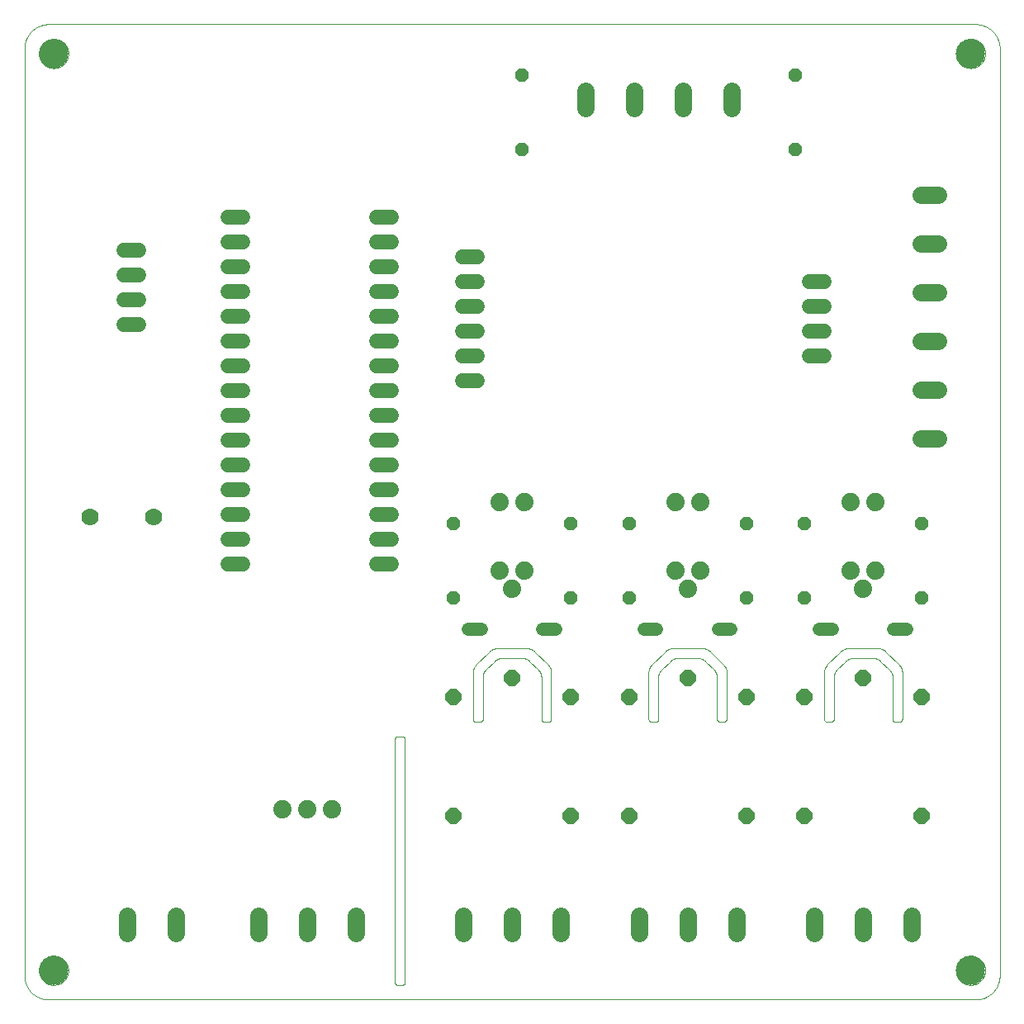
<source format=gbs>
G75*
%MOIN*%
%OFA0B0*%
%FSLAX25Y25*%
%IPPOS*%
%LPD*%
%AMOC8*
5,1,8,0,0,1.08239X$1,22.5*
%
%ADD10C,0.00000*%
%ADD11C,0.11811*%
%ADD12C,0.07050*%
%ADD13C,0.06000*%
%ADD14OC8,0.05200*%
%ADD15C,0.07000*%
%ADD16C,0.07400*%
%ADD17OC8,0.06496*%
%ADD18C,0.05200*%
D10*
X0119641Y0101453D02*
X0119641Y0475469D01*
X0119644Y0475707D01*
X0119652Y0475945D01*
X0119667Y0476182D01*
X0119687Y0476419D01*
X0119713Y0476655D01*
X0119744Y0476891D01*
X0119781Y0477126D01*
X0119824Y0477360D01*
X0119873Y0477593D01*
X0119927Y0477825D01*
X0119987Y0478055D01*
X0120052Y0478284D01*
X0120123Y0478511D01*
X0120199Y0478736D01*
X0120281Y0478959D01*
X0120368Y0479181D01*
X0120460Y0479400D01*
X0120558Y0479617D01*
X0120660Y0479831D01*
X0120768Y0480043D01*
X0120882Y0480253D01*
X0121000Y0480459D01*
X0121123Y0480663D01*
X0121251Y0480863D01*
X0121383Y0481060D01*
X0121521Y0481255D01*
X0121663Y0481445D01*
X0121810Y0481633D01*
X0121961Y0481816D01*
X0122116Y0481996D01*
X0122276Y0482172D01*
X0122440Y0482344D01*
X0122609Y0482513D01*
X0122781Y0482677D01*
X0122957Y0482837D01*
X0123137Y0482992D01*
X0123320Y0483143D01*
X0123508Y0483290D01*
X0123698Y0483432D01*
X0123893Y0483570D01*
X0124090Y0483702D01*
X0124290Y0483830D01*
X0124494Y0483953D01*
X0124700Y0484071D01*
X0124910Y0484185D01*
X0125122Y0484293D01*
X0125336Y0484395D01*
X0125553Y0484493D01*
X0125772Y0484585D01*
X0125994Y0484672D01*
X0126217Y0484754D01*
X0126442Y0484830D01*
X0126669Y0484901D01*
X0126898Y0484966D01*
X0127128Y0485026D01*
X0127360Y0485080D01*
X0127593Y0485129D01*
X0127827Y0485172D01*
X0128062Y0485209D01*
X0128298Y0485240D01*
X0128534Y0485266D01*
X0128771Y0485286D01*
X0129008Y0485301D01*
X0129246Y0485309D01*
X0129484Y0485312D01*
X0129484Y0485311D02*
X0503499Y0485311D01*
X0503499Y0485312D02*
X0503737Y0485309D01*
X0503975Y0485301D01*
X0504212Y0485286D01*
X0504449Y0485266D01*
X0504685Y0485240D01*
X0504921Y0485209D01*
X0505156Y0485172D01*
X0505390Y0485129D01*
X0505623Y0485080D01*
X0505855Y0485026D01*
X0506085Y0484966D01*
X0506314Y0484901D01*
X0506541Y0484830D01*
X0506766Y0484754D01*
X0506989Y0484672D01*
X0507211Y0484585D01*
X0507430Y0484493D01*
X0507647Y0484395D01*
X0507861Y0484293D01*
X0508073Y0484185D01*
X0508283Y0484071D01*
X0508489Y0483953D01*
X0508693Y0483830D01*
X0508893Y0483702D01*
X0509090Y0483570D01*
X0509285Y0483432D01*
X0509475Y0483290D01*
X0509663Y0483143D01*
X0509846Y0482992D01*
X0510026Y0482837D01*
X0510202Y0482677D01*
X0510374Y0482513D01*
X0510543Y0482344D01*
X0510707Y0482172D01*
X0510867Y0481996D01*
X0511022Y0481816D01*
X0511173Y0481633D01*
X0511320Y0481445D01*
X0511462Y0481255D01*
X0511600Y0481060D01*
X0511732Y0480863D01*
X0511860Y0480663D01*
X0511983Y0480459D01*
X0512101Y0480253D01*
X0512215Y0480043D01*
X0512323Y0479831D01*
X0512425Y0479617D01*
X0512523Y0479400D01*
X0512615Y0479181D01*
X0512702Y0478959D01*
X0512784Y0478736D01*
X0512860Y0478511D01*
X0512931Y0478284D01*
X0512996Y0478055D01*
X0513056Y0477825D01*
X0513110Y0477593D01*
X0513159Y0477360D01*
X0513202Y0477126D01*
X0513239Y0476891D01*
X0513270Y0476655D01*
X0513296Y0476419D01*
X0513316Y0476182D01*
X0513331Y0475945D01*
X0513339Y0475707D01*
X0513342Y0475469D01*
X0513342Y0101453D01*
X0513339Y0101215D01*
X0513331Y0100977D01*
X0513316Y0100740D01*
X0513296Y0100503D01*
X0513270Y0100267D01*
X0513239Y0100031D01*
X0513202Y0099796D01*
X0513159Y0099562D01*
X0513110Y0099329D01*
X0513056Y0099097D01*
X0512996Y0098867D01*
X0512931Y0098638D01*
X0512860Y0098411D01*
X0512784Y0098186D01*
X0512702Y0097963D01*
X0512615Y0097741D01*
X0512523Y0097522D01*
X0512425Y0097305D01*
X0512323Y0097091D01*
X0512215Y0096879D01*
X0512101Y0096669D01*
X0511983Y0096463D01*
X0511860Y0096259D01*
X0511732Y0096059D01*
X0511600Y0095862D01*
X0511462Y0095667D01*
X0511320Y0095477D01*
X0511173Y0095289D01*
X0511022Y0095106D01*
X0510867Y0094926D01*
X0510707Y0094750D01*
X0510543Y0094578D01*
X0510374Y0094409D01*
X0510202Y0094245D01*
X0510026Y0094085D01*
X0509846Y0093930D01*
X0509663Y0093779D01*
X0509475Y0093632D01*
X0509285Y0093490D01*
X0509090Y0093352D01*
X0508893Y0093220D01*
X0508693Y0093092D01*
X0508489Y0092969D01*
X0508283Y0092851D01*
X0508073Y0092737D01*
X0507861Y0092629D01*
X0507647Y0092527D01*
X0507430Y0092429D01*
X0507211Y0092337D01*
X0506989Y0092250D01*
X0506766Y0092168D01*
X0506541Y0092092D01*
X0506314Y0092021D01*
X0506085Y0091956D01*
X0505855Y0091896D01*
X0505623Y0091842D01*
X0505390Y0091793D01*
X0505156Y0091750D01*
X0504921Y0091713D01*
X0504685Y0091682D01*
X0504449Y0091656D01*
X0504212Y0091636D01*
X0503975Y0091621D01*
X0503737Y0091613D01*
X0503499Y0091610D01*
X0129484Y0091610D01*
X0129246Y0091613D01*
X0129008Y0091621D01*
X0128771Y0091636D01*
X0128534Y0091656D01*
X0128298Y0091682D01*
X0128062Y0091713D01*
X0127827Y0091750D01*
X0127593Y0091793D01*
X0127360Y0091842D01*
X0127128Y0091896D01*
X0126898Y0091956D01*
X0126669Y0092021D01*
X0126442Y0092092D01*
X0126217Y0092168D01*
X0125994Y0092250D01*
X0125772Y0092337D01*
X0125553Y0092429D01*
X0125336Y0092527D01*
X0125122Y0092629D01*
X0124910Y0092737D01*
X0124700Y0092851D01*
X0124494Y0092969D01*
X0124290Y0093092D01*
X0124090Y0093220D01*
X0123893Y0093352D01*
X0123698Y0093490D01*
X0123508Y0093632D01*
X0123320Y0093779D01*
X0123137Y0093930D01*
X0122957Y0094085D01*
X0122781Y0094245D01*
X0122609Y0094409D01*
X0122440Y0094578D01*
X0122276Y0094750D01*
X0122116Y0094926D01*
X0121961Y0095106D01*
X0121810Y0095289D01*
X0121663Y0095477D01*
X0121521Y0095667D01*
X0121383Y0095862D01*
X0121251Y0096059D01*
X0121123Y0096259D01*
X0121000Y0096463D01*
X0120882Y0096669D01*
X0120768Y0096879D01*
X0120660Y0097091D01*
X0120558Y0097305D01*
X0120460Y0097522D01*
X0120368Y0097741D01*
X0120281Y0097963D01*
X0120199Y0098186D01*
X0120123Y0098411D01*
X0120052Y0098638D01*
X0119987Y0098867D01*
X0119927Y0099097D01*
X0119873Y0099329D01*
X0119824Y0099562D01*
X0119781Y0099796D01*
X0119744Y0100031D01*
X0119713Y0100267D01*
X0119687Y0100503D01*
X0119667Y0100740D01*
X0119652Y0100977D01*
X0119644Y0101215D01*
X0119641Y0101453D01*
X0125546Y0103421D02*
X0125548Y0103574D01*
X0125554Y0103728D01*
X0125564Y0103881D01*
X0125578Y0104033D01*
X0125596Y0104186D01*
X0125618Y0104337D01*
X0125643Y0104488D01*
X0125673Y0104639D01*
X0125707Y0104789D01*
X0125744Y0104937D01*
X0125785Y0105085D01*
X0125830Y0105231D01*
X0125879Y0105377D01*
X0125932Y0105521D01*
X0125988Y0105663D01*
X0126048Y0105804D01*
X0126112Y0105944D01*
X0126179Y0106082D01*
X0126250Y0106218D01*
X0126325Y0106352D01*
X0126402Y0106484D01*
X0126484Y0106614D01*
X0126568Y0106742D01*
X0126656Y0106868D01*
X0126747Y0106991D01*
X0126841Y0107112D01*
X0126939Y0107230D01*
X0127039Y0107346D01*
X0127143Y0107459D01*
X0127249Y0107570D01*
X0127358Y0107678D01*
X0127470Y0107783D01*
X0127584Y0107884D01*
X0127702Y0107983D01*
X0127821Y0108079D01*
X0127943Y0108172D01*
X0128068Y0108261D01*
X0128195Y0108348D01*
X0128324Y0108430D01*
X0128455Y0108510D01*
X0128588Y0108586D01*
X0128723Y0108659D01*
X0128860Y0108728D01*
X0128999Y0108793D01*
X0129139Y0108855D01*
X0129281Y0108913D01*
X0129424Y0108968D01*
X0129569Y0109019D01*
X0129715Y0109066D01*
X0129862Y0109109D01*
X0130010Y0109148D01*
X0130159Y0109184D01*
X0130309Y0109215D01*
X0130460Y0109243D01*
X0130611Y0109267D01*
X0130764Y0109287D01*
X0130916Y0109303D01*
X0131069Y0109315D01*
X0131222Y0109323D01*
X0131375Y0109327D01*
X0131529Y0109327D01*
X0131682Y0109323D01*
X0131835Y0109315D01*
X0131988Y0109303D01*
X0132140Y0109287D01*
X0132293Y0109267D01*
X0132444Y0109243D01*
X0132595Y0109215D01*
X0132745Y0109184D01*
X0132894Y0109148D01*
X0133042Y0109109D01*
X0133189Y0109066D01*
X0133335Y0109019D01*
X0133480Y0108968D01*
X0133623Y0108913D01*
X0133765Y0108855D01*
X0133905Y0108793D01*
X0134044Y0108728D01*
X0134181Y0108659D01*
X0134316Y0108586D01*
X0134449Y0108510D01*
X0134580Y0108430D01*
X0134709Y0108348D01*
X0134836Y0108261D01*
X0134961Y0108172D01*
X0135083Y0108079D01*
X0135202Y0107983D01*
X0135320Y0107884D01*
X0135434Y0107783D01*
X0135546Y0107678D01*
X0135655Y0107570D01*
X0135761Y0107459D01*
X0135865Y0107346D01*
X0135965Y0107230D01*
X0136063Y0107112D01*
X0136157Y0106991D01*
X0136248Y0106868D01*
X0136336Y0106742D01*
X0136420Y0106614D01*
X0136502Y0106484D01*
X0136579Y0106352D01*
X0136654Y0106218D01*
X0136725Y0106082D01*
X0136792Y0105944D01*
X0136856Y0105804D01*
X0136916Y0105663D01*
X0136972Y0105521D01*
X0137025Y0105377D01*
X0137074Y0105231D01*
X0137119Y0105085D01*
X0137160Y0104937D01*
X0137197Y0104789D01*
X0137231Y0104639D01*
X0137261Y0104488D01*
X0137286Y0104337D01*
X0137308Y0104186D01*
X0137326Y0104033D01*
X0137340Y0103881D01*
X0137350Y0103728D01*
X0137356Y0103574D01*
X0137358Y0103421D01*
X0137356Y0103268D01*
X0137350Y0103114D01*
X0137340Y0102961D01*
X0137326Y0102809D01*
X0137308Y0102656D01*
X0137286Y0102505D01*
X0137261Y0102354D01*
X0137231Y0102203D01*
X0137197Y0102053D01*
X0137160Y0101905D01*
X0137119Y0101757D01*
X0137074Y0101611D01*
X0137025Y0101465D01*
X0136972Y0101321D01*
X0136916Y0101179D01*
X0136856Y0101038D01*
X0136792Y0100898D01*
X0136725Y0100760D01*
X0136654Y0100624D01*
X0136579Y0100490D01*
X0136502Y0100358D01*
X0136420Y0100228D01*
X0136336Y0100100D01*
X0136248Y0099974D01*
X0136157Y0099851D01*
X0136063Y0099730D01*
X0135965Y0099612D01*
X0135865Y0099496D01*
X0135761Y0099383D01*
X0135655Y0099272D01*
X0135546Y0099164D01*
X0135434Y0099059D01*
X0135320Y0098958D01*
X0135202Y0098859D01*
X0135083Y0098763D01*
X0134961Y0098670D01*
X0134836Y0098581D01*
X0134709Y0098494D01*
X0134580Y0098412D01*
X0134449Y0098332D01*
X0134316Y0098256D01*
X0134181Y0098183D01*
X0134044Y0098114D01*
X0133905Y0098049D01*
X0133765Y0097987D01*
X0133623Y0097929D01*
X0133480Y0097874D01*
X0133335Y0097823D01*
X0133189Y0097776D01*
X0133042Y0097733D01*
X0132894Y0097694D01*
X0132745Y0097658D01*
X0132595Y0097627D01*
X0132444Y0097599D01*
X0132293Y0097575D01*
X0132140Y0097555D01*
X0131988Y0097539D01*
X0131835Y0097527D01*
X0131682Y0097519D01*
X0131529Y0097515D01*
X0131375Y0097515D01*
X0131222Y0097519D01*
X0131069Y0097527D01*
X0130916Y0097539D01*
X0130764Y0097555D01*
X0130611Y0097575D01*
X0130460Y0097599D01*
X0130309Y0097627D01*
X0130159Y0097658D01*
X0130010Y0097694D01*
X0129862Y0097733D01*
X0129715Y0097776D01*
X0129569Y0097823D01*
X0129424Y0097874D01*
X0129281Y0097929D01*
X0129139Y0097987D01*
X0128999Y0098049D01*
X0128860Y0098114D01*
X0128723Y0098183D01*
X0128588Y0098256D01*
X0128455Y0098332D01*
X0128324Y0098412D01*
X0128195Y0098494D01*
X0128068Y0098581D01*
X0127943Y0098670D01*
X0127821Y0098763D01*
X0127702Y0098859D01*
X0127584Y0098958D01*
X0127470Y0099059D01*
X0127358Y0099164D01*
X0127249Y0099272D01*
X0127143Y0099383D01*
X0127039Y0099496D01*
X0126939Y0099612D01*
X0126841Y0099730D01*
X0126747Y0099851D01*
X0126656Y0099974D01*
X0126568Y0100100D01*
X0126484Y0100228D01*
X0126402Y0100358D01*
X0126325Y0100490D01*
X0126250Y0100624D01*
X0126179Y0100760D01*
X0126112Y0100898D01*
X0126048Y0101038D01*
X0125988Y0101179D01*
X0125932Y0101321D01*
X0125879Y0101465D01*
X0125830Y0101611D01*
X0125785Y0101757D01*
X0125744Y0101905D01*
X0125707Y0102053D01*
X0125673Y0102203D01*
X0125643Y0102354D01*
X0125618Y0102505D01*
X0125596Y0102656D01*
X0125578Y0102809D01*
X0125564Y0102961D01*
X0125554Y0103114D01*
X0125548Y0103268D01*
X0125546Y0103421D01*
X0269247Y0098516D02*
X0269247Y0196909D01*
X0269249Y0196969D01*
X0269254Y0197030D01*
X0269263Y0197089D01*
X0269276Y0197148D01*
X0269292Y0197207D01*
X0269312Y0197264D01*
X0269335Y0197319D01*
X0269362Y0197374D01*
X0269391Y0197426D01*
X0269424Y0197477D01*
X0269460Y0197526D01*
X0269498Y0197572D01*
X0269540Y0197616D01*
X0269584Y0197658D01*
X0269630Y0197696D01*
X0269679Y0197732D01*
X0269730Y0197765D01*
X0269782Y0197794D01*
X0269837Y0197821D01*
X0269892Y0197844D01*
X0269949Y0197864D01*
X0270008Y0197880D01*
X0270067Y0197893D01*
X0270126Y0197902D01*
X0270187Y0197907D01*
X0270247Y0197909D01*
X0272184Y0197909D01*
X0272244Y0197907D01*
X0272305Y0197902D01*
X0272364Y0197893D01*
X0272423Y0197880D01*
X0272482Y0197864D01*
X0272539Y0197844D01*
X0272594Y0197821D01*
X0272649Y0197794D01*
X0272701Y0197765D01*
X0272752Y0197732D01*
X0272801Y0197696D01*
X0272847Y0197658D01*
X0272891Y0197616D01*
X0272933Y0197572D01*
X0272971Y0197526D01*
X0273007Y0197477D01*
X0273040Y0197426D01*
X0273069Y0197374D01*
X0273096Y0197319D01*
X0273119Y0197264D01*
X0273139Y0197207D01*
X0273155Y0197148D01*
X0273168Y0197089D01*
X0273177Y0197030D01*
X0273182Y0196969D01*
X0273184Y0196909D01*
X0273184Y0098516D01*
X0273182Y0098456D01*
X0273177Y0098395D01*
X0273168Y0098336D01*
X0273155Y0098277D01*
X0273139Y0098218D01*
X0273119Y0098161D01*
X0273096Y0098106D01*
X0273069Y0098051D01*
X0273040Y0097999D01*
X0273007Y0097948D01*
X0272971Y0097899D01*
X0272933Y0097853D01*
X0272891Y0097809D01*
X0272847Y0097767D01*
X0272801Y0097729D01*
X0272752Y0097693D01*
X0272701Y0097660D01*
X0272649Y0097631D01*
X0272594Y0097604D01*
X0272539Y0097581D01*
X0272482Y0097561D01*
X0272423Y0097545D01*
X0272364Y0097532D01*
X0272305Y0097523D01*
X0272244Y0097518D01*
X0272184Y0097516D01*
X0270247Y0097516D01*
X0270187Y0097518D01*
X0270126Y0097523D01*
X0270067Y0097532D01*
X0270008Y0097545D01*
X0269949Y0097561D01*
X0269892Y0097581D01*
X0269837Y0097604D01*
X0269782Y0097631D01*
X0269730Y0097660D01*
X0269679Y0097693D01*
X0269630Y0097729D01*
X0269584Y0097767D01*
X0269540Y0097809D01*
X0269498Y0097853D01*
X0269460Y0097899D01*
X0269424Y0097948D01*
X0269391Y0097999D01*
X0269362Y0098051D01*
X0269335Y0098106D01*
X0269312Y0098161D01*
X0269292Y0098218D01*
X0269276Y0098277D01*
X0269263Y0098336D01*
X0269254Y0098395D01*
X0269249Y0098456D01*
X0269247Y0098516D01*
X0301743Y0203815D02*
X0303680Y0203815D01*
X0303740Y0203817D01*
X0303801Y0203822D01*
X0303860Y0203831D01*
X0303919Y0203844D01*
X0303978Y0203860D01*
X0304035Y0203880D01*
X0304090Y0203903D01*
X0304145Y0203930D01*
X0304197Y0203959D01*
X0304248Y0203992D01*
X0304297Y0204028D01*
X0304343Y0204066D01*
X0304387Y0204108D01*
X0304429Y0204152D01*
X0304467Y0204198D01*
X0304503Y0204247D01*
X0304536Y0204298D01*
X0304565Y0204350D01*
X0304592Y0204405D01*
X0304615Y0204460D01*
X0304635Y0204517D01*
X0304651Y0204576D01*
X0304664Y0204635D01*
X0304673Y0204694D01*
X0304678Y0204755D01*
X0304680Y0204815D01*
X0304680Y0221869D01*
X0300743Y0223838D02*
X0300745Y0223962D01*
X0300751Y0224085D01*
X0300760Y0224209D01*
X0300774Y0224331D01*
X0300791Y0224454D01*
X0300813Y0224576D01*
X0300838Y0224697D01*
X0300867Y0224817D01*
X0300899Y0224936D01*
X0300936Y0225055D01*
X0300976Y0225172D01*
X0301019Y0225287D01*
X0301067Y0225402D01*
X0301118Y0225514D01*
X0301172Y0225625D01*
X0301230Y0225735D01*
X0301291Y0225842D01*
X0301356Y0225948D01*
X0301424Y0226051D01*
X0301495Y0226152D01*
X0301569Y0226251D01*
X0301646Y0226348D01*
X0301727Y0226442D01*
X0301810Y0226533D01*
X0301896Y0226622D01*
X0301897Y0226622D02*
X0307464Y0232189D01*
X0310248Y0233343D02*
X0322735Y0233343D01*
X0325519Y0232189D02*
X0331086Y0226622D01*
X0332239Y0223838D02*
X0332239Y0204815D01*
X0332237Y0204755D01*
X0332232Y0204694D01*
X0332223Y0204635D01*
X0332210Y0204576D01*
X0332194Y0204517D01*
X0332174Y0204460D01*
X0332151Y0204405D01*
X0332124Y0204350D01*
X0332095Y0204298D01*
X0332062Y0204247D01*
X0332026Y0204198D01*
X0331988Y0204152D01*
X0331946Y0204108D01*
X0331902Y0204066D01*
X0331856Y0204028D01*
X0331807Y0203992D01*
X0331756Y0203959D01*
X0331704Y0203930D01*
X0331649Y0203903D01*
X0331594Y0203880D01*
X0331537Y0203860D01*
X0331478Y0203844D01*
X0331419Y0203831D01*
X0331360Y0203822D01*
X0331299Y0203817D01*
X0331239Y0203815D01*
X0329302Y0203815D01*
X0329242Y0203817D01*
X0329181Y0203822D01*
X0329122Y0203831D01*
X0329063Y0203844D01*
X0329004Y0203860D01*
X0328947Y0203880D01*
X0328892Y0203903D01*
X0328837Y0203930D01*
X0328785Y0203959D01*
X0328734Y0203992D01*
X0328685Y0204028D01*
X0328639Y0204066D01*
X0328595Y0204108D01*
X0328553Y0204152D01*
X0328515Y0204198D01*
X0328479Y0204247D01*
X0328446Y0204298D01*
X0328417Y0204350D01*
X0328390Y0204405D01*
X0328367Y0204460D01*
X0328347Y0204517D01*
X0328331Y0204576D01*
X0328318Y0204635D01*
X0328309Y0204694D01*
X0328304Y0204755D01*
X0328302Y0204815D01*
X0328302Y0221869D01*
X0332239Y0223838D02*
X0332237Y0223962D01*
X0332231Y0224085D01*
X0332222Y0224209D01*
X0332208Y0224331D01*
X0332191Y0224454D01*
X0332169Y0224576D01*
X0332144Y0224697D01*
X0332115Y0224817D01*
X0332083Y0224936D01*
X0332046Y0225055D01*
X0332006Y0225172D01*
X0331963Y0225287D01*
X0331915Y0225402D01*
X0331864Y0225514D01*
X0331810Y0225625D01*
X0331752Y0225735D01*
X0331691Y0225842D01*
X0331626Y0225948D01*
X0331558Y0226051D01*
X0331487Y0226152D01*
X0331413Y0226251D01*
X0331336Y0226348D01*
X0331255Y0226442D01*
X0331172Y0226533D01*
X0331086Y0226622D01*
X0327149Y0224653D02*
X0323550Y0228252D01*
X0325519Y0232190D02*
X0325430Y0232276D01*
X0325339Y0232359D01*
X0325245Y0232440D01*
X0325148Y0232517D01*
X0325049Y0232591D01*
X0324948Y0232662D01*
X0324845Y0232730D01*
X0324739Y0232795D01*
X0324632Y0232856D01*
X0324522Y0232914D01*
X0324411Y0232968D01*
X0324299Y0233019D01*
X0324184Y0233067D01*
X0324069Y0233110D01*
X0323952Y0233150D01*
X0323833Y0233187D01*
X0323714Y0233219D01*
X0323594Y0233248D01*
X0323473Y0233273D01*
X0323351Y0233295D01*
X0323228Y0233312D01*
X0323106Y0233326D01*
X0322982Y0233335D01*
X0322859Y0233341D01*
X0322735Y0233343D01*
X0320766Y0229406D02*
X0312217Y0229406D01*
X0310248Y0233343D02*
X0310124Y0233341D01*
X0310001Y0233335D01*
X0309877Y0233326D01*
X0309755Y0233312D01*
X0309632Y0233295D01*
X0309510Y0233273D01*
X0309389Y0233248D01*
X0309269Y0233219D01*
X0309150Y0233187D01*
X0309031Y0233150D01*
X0308914Y0233110D01*
X0308799Y0233067D01*
X0308684Y0233019D01*
X0308572Y0232968D01*
X0308461Y0232914D01*
X0308351Y0232856D01*
X0308244Y0232795D01*
X0308138Y0232730D01*
X0308035Y0232662D01*
X0307934Y0232591D01*
X0307835Y0232517D01*
X0307738Y0232440D01*
X0307644Y0232359D01*
X0307553Y0232276D01*
X0307464Y0232190D01*
X0309433Y0228252D02*
X0305834Y0224653D01*
X0305833Y0224653D02*
X0305747Y0224564D01*
X0305664Y0224473D01*
X0305583Y0224379D01*
X0305506Y0224282D01*
X0305432Y0224183D01*
X0305361Y0224082D01*
X0305293Y0223979D01*
X0305228Y0223873D01*
X0305167Y0223766D01*
X0305109Y0223656D01*
X0305055Y0223545D01*
X0305004Y0223433D01*
X0304956Y0223318D01*
X0304913Y0223203D01*
X0304873Y0223086D01*
X0304836Y0222967D01*
X0304804Y0222848D01*
X0304775Y0222728D01*
X0304750Y0222607D01*
X0304728Y0222485D01*
X0304711Y0222362D01*
X0304697Y0222240D01*
X0304688Y0222116D01*
X0304682Y0221993D01*
X0304680Y0221869D01*
X0300743Y0223838D02*
X0300743Y0204815D01*
X0300745Y0204755D01*
X0300750Y0204694D01*
X0300759Y0204635D01*
X0300772Y0204576D01*
X0300788Y0204517D01*
X0300808Y0204460D01*
X0300831Y0204405D01*
X0300858Y0204350D01*
X0300887Y0204298D01*
X0300920Y0204247D01*
X0300956Y0204198D01*
X0300994Y0204152D01*
X0301036Y0204108D01*
X0301080Y0204066D01*
X0301126Y0204028D01*
X0301175Y0203992D01*
X0301226Y0203959D01*
X0301278Y0203930D01*
X0301333Y0203903D01*
X0301388Y0203880D01*
X0301445Y0203860D01*
X0301504Y0203844D01*
X0301563Y0203831D01*
X0301622Y0203822D01*
X0301683Y0203817D01*
X0301743Y0203815D01*
X0309433Y0228253D02*
X0309522Y0228339D01*
X0309613Y0228422D01*
X0309707Y0228503D01*
X0309804Y0228580D01*
X0309903Y0228654D01*
X0310004Y0228725D01*
X0310107Y0228793D01*
X0310213Y0228858D01*
X0310320Y0228919D01*
X0310430Y0228977D01*
X0310541Y0229031D01*
X0310653Y0229082D01*
X0310768Y0229130D01*
X0310883Y0229173D01*
X0311000Y0229213D01*
X0311119Y0229250D01*
X0311238Y0229282D01*
X0311358Y0229311D01*
X0311479Y0229336D01*
X0311601Y0229358D01*
X0311724Y0229375D01*
X0311846Y0229389D01*
X0311970Y0229398D01*
X0312093Y0229404D01*
X0312217Y0229406D01*
X0320766Y0229406D02*
X0320890Y0229404D01*
X0321013Y0229398D01*
X0321137Y0229389D01*
X0321259Y0229375D01*
X0321382Y0229358D01*
X0321504Y0229336D01*
X0321625Y0229311D01*
X0321745Y0229282D01*
X0321864Y0229250D01*
X0321983Y0229213D01*
X0322100Y0229173D01*
X0322215Y0229130D01*
X0322330Y0229082D01*
X0322442Y0229031D01*
X0322553Y0228977D01*
X0322663Y0228919D01*
X0322770Y0228858D01*
X0322876Y0228793D01*
X0322979Y0228725D01*
X0323080Y0228654D01*
X0323179Y0228580D01*
X0323276Y0228503D01*
X0323370Y0228422D01*
X0323461Y0228339D01*
X0323550Y0228253D01*
X0327149Y0224653D02*
X0327235Y0224564D01*
X0327318Y0224473D01*
X0327399Y0224379D01*
X0327476Y0224282D01*
X0327550Y0224183D01*
X0327621Y0224082D01*
X0327689Y0223979D01*
X0327754Y0223873D01*
X0327815Y0223766D01*
X0327873Y0223656D01*
X0327927Y0223545D01*
X0327978Y0223433D01*
X0328026Y0223318D01*
X0328069Y0223203D01*
X0328109Y0223086D01*
X0328146Y0222967D01*
X0328178Y0222848D01*
X0328207Y0222728D01*
X0328232Y0222607D01*
X0328254Y0222485D01*
X0328271Y0222362D01*
X0328285Y0222240D01*
X0328294Y0222116D01*
X0328300Y0221993D01*
X0328302Y0221869D01*
X0371610Y0223838D02*
X0371610Y0204815D01*
X0371612Y0204755D01*
X0371617Y0204694D01*
X0371626Y0204635D01*
X0371639Y0204576D01*
X0371655Y0204517D01*
X0371675Y0204460D01*
X0371698Y0204405D01*
X0371725Y0204350D01*
X0371754Y0204298D01*
X0371787Y0204247D01*
X0371823Y0204198D01*
X0371861Y0204152D01*
X0371903Y0204108D01*
X0371947Y0204066D01*
X0371993Y0204028D01*
X0372042Y0203992D01*
X0372093Y0203959D01*
X0372145Y0203930D01*
X0372200Y0203903D01*
X0372255Y0203880D01*
X0372312Y0203860D01*
X0372371Y0203844D01*
X0372430Y0203831D01*
X0372489Y0203822D01*
X0372550Y0203817D01*
X0372610Y0203815D01*
X0374547Y0203815D01*
X0374607Y0203817D01*
X0374668Y0203822D01*
X0374727Y0203831D01*
X0374786Y0203844D01*
X0374845Y0203860D01*
X0374902Y0203880D01*
X0374957Y0203903D01*
X0375012Y0203930D01*
X0375064Y0203959D01*
X0375115Y0203992D01*
X0375164Y0204028D01*
X0375210Y0204066D01*
X0375254Y0204108D01*
X0375296Y0204152D01*
X0375334Y0204198D01*
X0375370Y0204247D01*
X0375403Y0204298D01*
X0375432Y0204350D01*
X0375459Y0204405D01*
X0375482Y0204460D01*
X0375502Y0204517D01*
X0375518Y0204576D01*
X0375531Y0204635D01*
X0375540Y0204694D01*
X0375545Y0204755D01*
X0375547Y0204815D01*
X0375547Y0221869D01*
X0371610Y0223838D02*
X0371612Y0223962D01*
X0371618Y0224085D01*
X0371627Y0224209D01*
X0371641Y0224331D01*
X0371658Y0224454D01*
X0371680Y0224576D01*
X0371705Y0224697D01*
X0371734Y0224817D01*
X0371766Y0224936D01*
X0371803Y0225055D01*
X0371843Y0225172D01*
X0371886Y0225287D01*
X0371934Y0225402D01*
X0371985Y0225514D01*
X0372039Y0225625D01*
X0372097Y0225735D01*
X0372158Y0225842D01*
X0372223Y0225948D01*
X0372291Y0226051D01*
X0372362Y0226152D01*
X0372436Y0226251D01*
X0372513Y0226348D01*
X0372594Y0226442D01*
X0372677Y0226533D01*
X0372763Y0226622D01*
X0378330Y0232189D01*
X0381114Y0233343D02*
X0393601Y0233343D01*
X0396385Y0232189D02*
X0401952Y0226622D01*
X0403106Y0223838D02*
X0403106Y0204815D01*
X0403104Y0204755D01*
X0403099Y0204694D01*
X0403090Y0204635D01*
X0403077Y0204576D01*
X0403061Y0204517D01*
X0403041Y0204460D01*
X0403018Y0204405D01*
X0402991Y0204350D01*
X0402962Y0204298D01*
X0402929Y0204247D01*
X0402893Y0204198D01*
X0402855Y0204152D01*
X0402813Y0204108D01*
X0402769Y0204066D01*
X0402723Y0204028D01*
X0402674Y0203992D01*
X0402623Y0203959D01*
X0402571Y0203930D01*
X0402516Y0203903D01*
X0402461Y0203880D01*
X0402404Y0203860D01*
X0402345Y0203844D01*
X0402286Y0203831D01*
X0402227Y0203822D01*
X0402166Y0203817D01*
X0402106Y0203815D01*
X0400169Y0203815D01*
X0400109Y0203817D01*
X0400048Y0203822D01*
X0399989Y0203831D01*
X0399930Y0203844D01*
X0399871Y0203860D01*
X0399814Y0203880D01*
X0399759Y0203903D01*
X0399704Y0203930D01*
X0399652Y0203959D01*
X0399601Y0203992D01*
X0399552Y0204028D01*
X0399506Y0204066D01*
X0399462Y0204108D01*
X0399420Y0204152D01*
X0399382Y0204198D01*
X0399346Y0204247D01*
X0399313Y0204298D01*
X0399284Y0204350D01*
X0399257Y0204405D01*
X0399234Y0204460D01*
X0399214Y0204517D01*
X0399198Y0204576D01*
X0399185Y0204635D01*
X0399176Y0204694D01*
X0399171Y0204755D01*
X0399169Y0204815D01*
X0399169Y0221869D01*
X0403106Y0223838D02*
X0403104Y0223962D01*
X0403098Y0224085D01*
X0403089Y0224209D01*
X0403075Y0224331D01*
X0403058Y0224454D01*
X0403036Y0224576D01*
X0403011Y0224697D01*
X0402982Y0224817D01*
X0402950Y0224936D01*
X0402913Y0225055D01*
X0402873Y0225172D01*
X0402830Y0225287D01*
X0402782Y0225402D01*
X0402731Y0225514D01*
X0402677Y0225625D01*
X0402619Y0225735D01*
X0402558Y0225842D01*
X0402493Y0225948D01*
X0402425Y0226051D01*
X0402354Y0226152D01*
X0402280Y0226251D01*
X0402203Y0226348D01*
X0402122Y0226442D01*
X0402039Y0226533D01*
X0401953Y0226622D01*
X0398015Y0224653D02*
X0394416Y0228252D01*
X0396385Y0232190D02*
X0396296Y0232276D01*
X0396205Y0232359D01*
X0396111Y0232440D01*
X0396014Y0232517D01*
X0395915Y0232591D01*
X0395814Y0232662D01*
X0395711Y0232730D01*
X0395605Y0232795D01*
X0395498Y0232856D01*
X0395388Y0232914D01*
X0395277Y0232968D01*
X0395165Y0233019D01*
X0395050Y0233067D01*
X0394935Y0233110D01*
X0394818Y0233150D01*
X0394699Y0233187D01*
X0394580Y0233219D01*
X0394460Y0233248D01*
X0394339Y0233273D01*
X0394217Y0233295D01*
X0394094Y0233312D01*
X0393972Y0233326D01*
X0393848Y0233335D01*
X0393725Y0233341D01*
X0393601Y0233343D01*
X0391632Y0229406D02*
X0383083Y0229406D01*
X0381114Y0233343D02*
X0380990Y0233341D01*
X0380867Y0233335D01*
X0380743Y0233326D01*
X0380621Y0233312D01*
X0380498Y0233295D01*
X0380376Y0233273D01*
X0380255Y0233248D01*
X0380135Y0233219D01*
X0380016Y0233187D01*
X0379897Y0233150D01*
X0379780Y0233110D01*
X0379665Y0233067D01*
X0379550Y0233019D01*
X0379438Y0232968D01*
X0379327Y0232914D01*
X0379217Y0232856D01*
X0379110Y0232795D01*
X0379004Y0232730D01*
X0378901Y0232662D01*
X0378800Y0232591D01*
X0378701Y0232517D01*
X0378604Y0232440D01*
X0378510Y0232359D01*
X0378419Y0232276D01*
X0378330Y0232190D01*
X0380299Y0228252D02*
X0376700Y0224653D01*
X0376614Y0224564D01*
X0376531Y0224473D01*
X0376450Y0224379D01*
X0376373Y0224282D01*
X0376299Y0224183D01*
X0376228Y0224082D01*
X0376160Y0223979D01*
X0376095Y0223873D01*
X0376034Y0223766D01*
X0375976Y0223656D01*
X0375922Y0223545D01*
X0375871Y0223433D01*
X0375823Y0223318D01*
X0375780Y0223203D01*
X0375740Y0223086D01*
X0375703Y0222967D01*
X0375671Y0222848D01*
X0375642Y0222728D01*
X0375617Y0222607D01*
X0375595Y0222485D01*
X0375578Y0222362D01*
X0375564Y0222240D01*
X0375555Y0222116D01*
X0375549Y0221993D01*
X0375547Y0221869D01*
X0380299Y0228253D02*
X0380388Y0228339D01*
X0380479Y0228422D01*
X0380573Y0228503D01*
X0380670Y0228580D01*
X0380769Y0228654D01*
X0380870Y0228725D01*
X0380973Y0228793D01*
X0381079Y0228858D01*
X0381186Y0228919D01*
X0381296Y0228977D01*
X0381407Y0229031D01*
X0381519Y0229082D01*
X0381634Y0229130D01*
X0381749Y0229173D01*
X0381866Y0229213D01*
X0381985Y0229250D01*
X0382104Y0229282D01*
X0382224Y0229311D01*
X0382345Y0229336D01*
X0382467Y0229358D01*
X0382590Y0229375D01*
X0382712Y0229389D01*
X0382836Y0229398D01*
X0382959Y0229404D01*
X0383083Y0229406D01*
X0391632Y0229406D02*
X0391756Y0229404D01*
X0391879Y0229398D01*
X0392003Y0229389D01*
X0392125Y0229375D01*
X0392248Y0229358D01*
X0392370Y0229336D01*
X0392491Y0229311D01*
X0392611Y0229282D01*
X0392730Y0229250D01*
X0392849Y0229213D01*
X0392966Y0229173D01*
X0393081Y0229130D01*
X0393196Y0229082D01*
X0393308Y0229031D01*
X0393419Y0228977D01*
X0393529Y0228919D01*
X0393636Y0228858D01*
X0393742Y0228793D01*
X0393845Y0228725D01*
X0393946Y0228654D01*
X0394045Y0228580D01*
X0394142Y0228503D01*
X0394236Y0228422D01*
X0394327Y0228339D01*
X0394416Y0228253D01*
X0398016Y0224653D02*
X0398102Y0224564D01*
X0398185Y0224473D01*
X0398266Y0224379D01*
X0398343Y0224282D01*
X0398417Y0224183D01*
X0398488Y0224082D01*
X0398556Y0223979D01*
X0398621Y0223873D01*
X0398682Y0223766D01*
X0398740Y0223656D01*
X0398794Y0223545D01*
X0398845Y0223433D01*
X0398893Y0223318D01*
X0398936Y0223203D01*
X0398976Y0223086D01*
X0399013Y0222967D01*
X0399045Y0222848D01*
X0399074Y0222728D01*
X0399099Y0222607D01*
X0399121Y0222485D01*
X0399138Y0222362D01*
X0399152Y0222240D01*
X0399161Y0222116D01*
X0399167Y0221993D01*
X0399169Y0221869D01*
X0442476Y0223838D02*
X0442476Y0204815D01*
X0442478Y0204755D01*
X0442483Y0204694D01*
X0442492Y0204635D01*
X0442505Y0204576D01*
X0442521Y0204517D01*
X0442541Y0204460D01*
X0442564Y0204405D01*
X0442591Y0204350D01*
X0442620Y0204298D01*
X0442653Y0204247D01*
X0442689Y0204198D01*
X0442727Y0204152D01*
X0442769Y0204108D01*
X0442813Y0204066D01*
X0442859Y0204028D01*
X0442908Y0203992D01*
X0442959Y0203959D01*
X0443011Y0203930D01*
X0443066Y0203903D01*
X0443121Y0203880D01*
X0443178Y0203860D01*
X0443237Y0203844D01*
X0443296Y0203831D01*
X0443355Y0203822D01*
X0443416Y0203817D01*
X0443476Y0203815D01*
X0445413Y0203815D01*
X0445473Y0203817D01*
X0445534Y0203822D01*
X0445593Y0203831D01*
X0445652Y0203844D01*
X0445711Y0203860D01*
X0445768Y0203880D01*
X0445823Y0203903D01*
X0445878Y0203930D01*
X0445930Y0203959D01*
X0445981Y0203992D01*
X0446030Y0204028D01*
X0446076Y0204066D01*
X0446120Y0204108D01*
X0446162Y0204152D01*
X0446200Y0204198D01*
X0446236Y0204247D01*
X0446269Y0204298D01*
X0446298Y0204350D01*
X0446325Y0204405D01*
X0446348Y0204460D01*
X0446368Y0204517D01*
X0446384Y0204576D01*
X0446397Y0204635D01*
X0446406Y0204694D01*
X0446411Y0204755D01*
X0446413Y0204815D01*
X0446413Y0221869D01*
X0442476Y0223838D02*
X0442478Y0223962D01*
X0442484Y0224085D01*
X0442493Y0224209D01*
X0442507Y0224331D01*
X0442524Y0224454D01*
X0442546Y0224576D01*
X0442571Y0224697D01*
X0442600Y0224817D01*
X0442632Y0224936D01*
X0442669Y0225055D01*
X0442709Y0225172D01*
X0442752Y0225287D01*
X0442800Y0225402D01*
X0442851Y0225514D01*
X0442905Y0225625D01*
X0442963Y0225735D01*
X0443024Y0225842D01*
X0443089Y0225948D01*
X0443157Y0226051D01*
X0443228Y0226152D01*
X0443302Y0226251D01*
X0443379Y0226348D01*
X0443460Y0226442D01*
X0443543Y0226533D01*
X0443629Y0226622D01*
X0449197Y0232189D01*
X0451980Y0233343D02*
X0464467Y0233343D01*
X0467251Y0232189D02*
X0472819Y0226622D01*
X0473972Y0223838D02*
X0473972Y0204815D01*
X0473970Y0204755D01*
X0473965Y0204694D01*
X0473956Y0204635D01*
X0473943Y0204576D01*
X0473927Y0204517D01*
X0473907Y0204460D01*
X0473884Y0204405D01*
X0473857Y0204350D01*
X0473828Y0204298D01*
X0473795Y0204247D01*
X0473759Y0204198D01*
X0473721Y0204152D01*
X0473679Y0204108D01*
X0473635Y0204066D01*
X0473589Y0204028D01*
X0473540Y0203992D01*
X0473489Y0203959D01*
X0473437Y0203930D01*
X0473382Y0203903D01*
X0473327Y0203880D01*
X0473270Y0203860D01*
X0473211Y0203844D01*
X0473152Y0203831D01*
X0473093Y0203822D01*
X0473032Y0203817D01*
X0472972Y0203815D01*
X0471035Y0203815D01*
X0470975Y0203817D01*
X0470914Y0203822D01*
X0470855Y0203831D01*
X0470796Y0203844D01*
X0470737Y0203860D01*
X0470680Y0203880D01*
X0470625Y0203903D01*
X0470570Y0203930D01*
X0470518Y0203959D01*
X0470467Y0203992D01*
X0470418Y0204028D01*
X0470372Y0204066D01*
X0470328Y0204108D01*
X0470286Y0204152D01*
X0470248Y0204198D01*
X0470212Y0204247D01*
X0470179Y0204298D01*
X0470150Y0204350D01*
X0470123Y0204405D01*
X0470100Y0204460D01*
X0470080Y0204517D01*
X0470064Y0204576D01*
X0470051Y0204635D01*
X0470042Y0204694D01*
X0470037Y0204755D01*
X0470035Y0204815D01*
X0470035Y0221869D01*
X0473972Y0223838D02*
X0473970Y0223962D01*
X0473964Y0224085D01*
X0473955Y0224209D01*
X0473941Y0224331D01*
X0473924Y0224454D01*
X0473902Y0224576D01*
X0473877Y0224697D01*
X0473848Y0224817D01*
X0473816Y0224936D01*
X0473779Y0225055D01*
X0473739Y0225172D01*
X0473696Y0225287D01*
X0473648Y0225402D01*
X0473597Y0225514D01*
X0473543Y0225625D01*
X0473485Y0225735D01*
X0473424Y0225842D01*
X0473359Y0225948D01*
X0473291Y0226051D01*
X0473220Y0226152D01*
X0473146Y0226251D01*
X0473069Y0226348D01*
X0472988Y0226442D01*
X0472905Y0226533D01*
X0472819Y0226622D01*
X0468882Y0224653D02*
X0465282Y0228252D01*
X0467251Y0232190D02*
X0467162Y0232276D01*
X0467071Y0232359D01*
X0466977Y0232440D01*
X0466880Y0232517D01*
X0466781Y0232591D01*
X0466680Y0232662D01*
X0466577Y0232730D01*
X0466471Y0232795D01*
X0466364Y0232856D01*
X0466254Y0232914D01*
X0466143Y0232968D01*
X0466031Y0233019D01*
X0465916Y0233067D01*
X0465801Y0233110D01*
X0465684Y0233150D01*
X0465565Y0233187D01*
X0465446Y0233219D01*
X0465326Y0233248D01*
X0465205Y0233273D01*
X0465083Y0233295D01*
X0464960Y0233312D01*
X0464838Y0233326D01*
X0464714Y0233335D01*
X0464591Y0233341D01*
X0464467Y0233343D01*
X0462498Y0229406D02*
X0453949Y0229406D01*
X0451980Y0233343D02*
X0451856Y0233341D01*
X0451733Y0233335D01*
X0451609Y0233326D01*
X0451487Y0233312D01*
X0451364Y0233295D01*
X0451242Y0233273D01*
X0451121Y0233248D01*
X0451001Y0233219D01*
X0450882Y0233187D01*
X0450763Y0233150D01*
X0450646Y0233110D01*
X0450531Y0233067D01*
X0450416Y0233019D01*
X0450304Y0232968D01*
X0450193Y0232914D01*
X0450083Y0232856D01*
X0449976Y0232795D01*
X0449870Y0232730D01*
X0449767Y0232662D01*
X0449666Y0232591D01*
X0449567Y0232517D01*
X0449470Y0232440D01*
X0449376Y0232359D01*
X0449285Y0232276D01*
X0449196Y0232190D01*
X0451165Y0228252D02*
X0447566Y0224653D01*
X0447480Y0224564D01*
X0447397Y0224473D01*
X0447316Y0224379D01*
X0447239Y0224282D01*
X0447165Y0224183D01*
X0447094Y0224082D01*
X0447026Y0223979D01*
X0446961Y0223873D01*
X0446900Y0223766D01*
X0446842Y0223656D01*
X0446788Y0223545D01*
X0446737Y0223433D01*
X0446689Y0223318D01*
X0446646Y0223203D01*
X0446606Y0223086D01*
X0446569Y0222967D01*
X0446537Y0222848D01*
X0446508Y0222728D01*
X0446483Y0222607D01*
X0446461Y0222485D01*
X0446444Y0222362D01*
X0446430Y0222240D01*
X0446421Y0222116D01*
X0446415Y0221993D01*
X0446413Y0221869D01*
X0451165Y0228253D02*
X0451254Y0228339D01*
X0451345Y0228422D01*
X0451439Y0228503D01*
X0451536Y0228580D01*
X0451635Y0228654D01*
X0451736Y0228725D01*
X0451839Y0228793D01*
X0451945Y0228858D01*
X0452052Y0228919D01*
X0452162Y0228977D01*
X0452273Y0229031D01*
X0452385Y0229082D01*
X0452500Y0229130D01*
X0452615Y0229173D01*
X0452732Y0229213D01*
X0452851Y0229250D01*
X0452970Y0229282D01*
X0453090Y0229311D01*
X0453211Y0229336D01*
X0453333Y0229358D01*
X0453456Y0229375D01*
X0453578Y0229389D01*
X0453702Y0229398D01*
X0453825Y0229404D01*
X0453949Y0229406D01*
X0462498Y0229406D02*
X0462622Y0229404D01*
X0462745Y0229398D01*
X0462869Y0229389D01*
X0462991Y0229375D01*
X0463114Y0229358D01*
X0463236Y0229336D01*
X0463357Y0229311D01*
X0463477Y0229282D01*
X0463596Y0229250D01*
X0463715Y0229213D01*
X0463832Y0229173D01*
X0463947Y0229130D01*
X0464062Y0229082D01*
X0464174Y0229031D01*
X0464285Y0228977D01*
X0464395Y0228919D01*
X0464502Y0228858D01*
X0464608Y0228793D01*
X0464711Y0228725D01*
X0464812Y0228654D01*
X0464911Y0228580D01*
X0465008Y0228503D01*
X0465102Y0228422D01*
X0465193Y0228339D01*
X0465282Y0228253D01*
X0468882Y0224653D02*
X0468968Y0224564D01*
X0469051Y0224473D01*
X0469132Y0224379D01*
X0469209Y0224282D01*
X0469283Y0224183D01*
X0469354Y0224082D01*
X0469422Y0223979D01*
X0469487Y0223873D01*
X0469548Y0223766D01*
X0469606Y0223656D01*
X0469660Y0223545D01*
X0469711Y0223433D01*
X0469759Y0223318D01*
X0469802Y0223203D01*
X0469842Y0223086D01*
X0469879Y0222967D01*
X0469911Y0222848D01*
X0469940Y0222728D01*
X0469965Y0222607D01*
X0469987Y0222485D01*
X0470004Y0222362D01*
X0470018Y0222240D01*
X0470027Y0222116D01*
X0470033Y0221993D01*
X0470035Y0221869D01*
X0495625Y0103421D02*
X0495627Y0103574D01*
X0495633Y0103728D01*
X0495643Y0103881D01*
X0495657Y0104033D01*
X0495675Y0104186D01*
X0495697Y0104337D01*
X0495722Y0104488D01*
X0495752Y0104639D01*
X0495786Y0104789D01*
X0495823Y0104937D01*
X0495864Y0105085D01*
X0495909Y0105231D01*
X0495958Y0105377D01*
X0496011Y0105521D01*
X0496067Y0105663D01*
X0496127Y0105804D01*
X0496191Y0105944D01*
X0496258Y0106082D01*
X0496329Y0106218D01*
X0496404Y0106352D01*
X0496481Y0106484D01*
X0496563Y0106614D01*
X0496647Y0106742D01*
X0496735Y0106868D01*
X0496826Y0106991D01*
X0496920Y0107112D01*
X0497018Y0107230D01*
X0497118Y0107346D01*
X0497222Y0107459D01*
X0497328Y0107570D01*
X0497437Y0107678D01*
X0497549Y0107783D01*
X0497663Y0107884D01*
X0497781Y0107983D01*
X0497900Y0108079D01*
X0498022Y0108172D01*
X0498147Y0108261D01*
X0498274Y0108348D01*
X0498403Y0108430D01*
X0498534Y0108510D01*
X0498667Y0108586D01*
X0498802Y0108659D01*
X0498939Y0108728D01*
X0499078Y0108793D01*
X0499218Y0108855D01*
X0499360Y0108913D01*
X0499503Y0108968D01*
X0499648Y0109019D01*
X0499794Y0109066D01*
X0499941Y0109109D01*
X0500089Y0109148D01*
X0500238Y0109184D01*
X0500388Y0109215D01*
X0500539Y0109243D01*
X0500690Y0109267D01*
X0500843Y0109287D01*
X0500995Y0109303D01*
X0501148Y0109315D01*
X0501301Y0109323D01*
X0501454Y0109327D01*
X0501608Y0109327D01*
X0501761Y0109323D01*
X0501914Y0109315D01*
X0502067Y0109303D01*
X0502219Y0109287D01*
X0502372Y0109267D01*
X0502523Y0109243D01*
X0502674Y0109215D01*
X0502824Y0109184D01*
X0502973Y0109148D01*
X0503121Y0109109D01*
X0503268Y0109066D01*
X0503414Y0109019D01*
X0503559Y0108968D01*
X0503702Y0108913D01*
X0503844Y0108855D01*
X0503984Y0108793D01*
X0504123Y0108728D01*
X0504260Y0108659D01*
X0504395Y0108586D01*
X0504528Y0108510D01*
X0504659Y0108430D01*
X0504788Y0108348D01*
X0504915Y0108261D01*
X0505040Y0108172D01*
X0505162Y0108079D01*
X0505281Y0107983D01*
X0505399Y0107884D01*
X0505513Y0107783D01*
X0505625Y0107678D01*
X0505734Y0107570D01*
X0505840Y0107459D01*
X0505944Y0107346D01*
X0506044Y0107230D01*
X0506142Y0107112D01*
X0506236Y0106991D01*
X0506327Y0106868D01*
X0506415Y0106742D01*
X0506499Y0106614D01*
X0506581Y0106484D01*
X0506658Y0106352D01*
X0506733Y0106218D01*
X0506804Y0106082D01*
X0506871Y0105944D01*
X0506935Y0105804D01*
X0506995Y0105663D01*
X0507051Y0105521D01*
X0507104Y0105377D01*
X0507153Y0105231D01*
X0507198Y0105085D01*
X0507239Y0104937D01*
X0507276Y0104789D01*
X0507310Y0104639D01*
X0507340Y0104488D01*
X0507365Y0104337D01*
X0507387Y0104186D01*
X0507405Y0104033D01*
X0507419Y0103881D01*
X0507429Y0103728D01*
X0507435Y0103574D01*
X0507437Y0103421D01*
X0507435Y0103268D01*
X0507429Y0103114D01*
X0507419Y0102961D01*
X0507405Y0102809D01*
X0507387Y0102656D01*
X0507365Y0102505D01*
X0507340Y0102354D01*
X0507310Y0102203D01*
X0507276Y0102053D01*
X0507239Y0101905D01*
X0507198Y0101757D01*
X0507153Y0101611D01*
X0507104Y0101465D01*
X0507051Y0101321D01*
X0506995Y0101179D01*
X0506935Y0101038D01*
X0506871Y0100898D01*
X0506804Y0100760D01*
X0506733Y0100624D01*
X0506658Y0100490D01*
X0506581Y0100358D01*
X0506499Y0100228D01*
X0506415Y0100100D01*
X0506327Y0099974D01*
X0506236Y0099851D01*
X0506142Y0099730D01*
X0506044Y0099612D01*
X0505944Y0099496D01*
X0505840Y0099383D01*
X0505734Y0099272D01*
X0505625Y0099164D01*
X0505513Y0099059D01*
X0505399Y0098958D01*
X0505281Y0098859D01*
X0505162Y0098763D01*
X0505040Y0098670D01*
X0504915Y0098581D01*
X0504788Y0098494D01*
X0504659Y0098412D01*
X0504528Y0098332D01*
X0504395Y0098256D01*
X0504260Y0098183D01*
X0504123Y0098114D01*
X0503984Y0098049D01*
X0503844Y0097987D01*
X0503702Y0097929D01*
X0503559Y0097874D01*
X0503414Y0097823D01*
X0503268Y0097776D01*
X0503121Y0097733D01*
X0502973Y0097694D01*
X0502824Y0097658D01*
X0502674Y0097627D01*
X0502523Y0097599D01*
X0502372Y0097575D01*
X0502219Y0097555D01*
X0502067Y0097539D01*
X0501914Y0097527D01*
X0501761Y0097519D01*
X0501608Y0097515D01*
X0501454Y0097515D01*
X0501301Y0097519D01*
X0501148Y0097527D01*
X0500995Y0097539D01*
X0500843Y0097555D01*
X0500690Y0097575D01*
X0500539Y0097599D01*
X0500388Y0097627D01*
X0500238Y0097658D01*
X0500089Y0097694D01*
X0499941Y0097733D01*
X0499794Y0097776D01*
X0499648Y0097823D01*
X0499503Y0097874D01*
X0499360Y0097929D01*
X0499218Y0097987D01*
X0499078Y0098049D01*
X0498939Y0098114D01*
X0498802Y0098183D01*
X0498667Y0098256D01*
X0498534Y0098332D01*
X0498403Y0098412D01*
X0498274Y0098494D01*
X0498147Y0098581D01*
X0498022Y0098670D01*
X0497900Y0098763D01*
X0497781Y0098859D01*
X0497663Y0098958D01*
X0497549Y0099059D01*
X0497437Y0099164D01*
X0497328Y0099272D01*
X0497222Y0099383D01*
X0497118Y0099496D01*
X0497018Y0099612D01*
X0496920Y0099730D01*
X0496826Y0099851D01*
X0496735Y0099974D01*
X0496647Y0100100D01*
X0496563Y0100228D01*
X0496481Y0100358D01*
X0496404Y0100490D01*
X0496329Y0100624D01*
X0496258Y0100760D01*
X0496191Y0100898D01*
X0496127Y0101038D01*
X0496067Y0101179D01*
X0496011Y0101321D01*
X0495958Y0101465D01*
X0495909Y0101611D01*
X0495864Y0101757D01*
X0495823Y0101905D01*
X0495786Y0102053D01*
X0495752Y0102203D01*
X0495722Y0102354D01*
X0495697Y0102505D01*
X0495675Y0102656D01*
X0495657Y0102809D01*
X0495643Y0102961D01*
X0495633Y0103114D01*
X0495627Y0103268D01*
X0495625Y0103421D01*
X0495625Y0473500D02*
X0495627Y0473653D01*
X0495633Y0473807D01*
X0495643Y0473960D01*
X0495657Y0474112D01*
X0495675Y0474265D01*
X0495697Y0474416D01*
X0495722Y0474567D01*
X0495752Y0474718D01*
X0495786Y0474868D01*
X0495823Y0475016D01*
X0495864Y0475164D01*
X0495909Y0475310D01*
X0495958Y0475456D01*
X0496011Y0475600D01*
X0496067Y0475742D01*
X0496127Y0475883D01*
X0496191Y0476023D01*
X0496258Y0476161D01*
X0496329Y0476297D01*
X0496404Y0476431D01*
X0496481Y0476563D01*
X0496563Y0476693D01*
X0496647Y0476821D01*
X0496735Y0476947D01*
X0496826Y0477070D01*
X0496920Y0477191D01*
X0497018Y0477309D01*
X0497118Y0477425D01*
X0497222Y0477538D01*
X0497328Y0477649D01*
X0497437Y0477757D01*
X0497549Y0477862D01*
X0497663Y0477963D01*
X0497781Y0478062D01*
X0497900Y0478158D01*
X0498022Y0478251D01*
X0498147Y0478340D01*
X0498274Y0478427D01*
X0498403Y0478509D01*
X0498534Y0478589D01*
X0498667Y0478665D01*
X0498802Y0478738D01*
X0498939Y0478807D01*
X0499078Y0478872D01*
X0499218Y0478934D01*
X0499360Y0478992D01*
X0499503Y0479047D01*
X0499648Y0479098D01*
X0499794Y0479145D01*
X0499941Y0479188D01*
X0500089Y0479227D01*
X0500238Y0479263D01*
X0500388Y0479294D01*
X0500539Y0479322D01*
X0500690Y0479346D01*
X0500843Y0479366D01*
X0500995Y0479382D01*
X0501148Y0479394D01*
X0501301Y0479402D01*
X0501454Y0479406D01*
X0501608Y0479406D01*
X0501761Y0479402D01*
X0501914Y0479394D01*
X0502067Y0479382D01*
X0502219Y0479366D01*
X0502372Y0479346D01*
X0502523Y0479322D01*
X0502674Y0479294D01*
X0502824Y0479263D01*
X0502973Y0479227D01*
X0503121Y0479188D01*
X0503268Y0479145D01*
X0503414Y0479098D01*
X0503559Y0479047D01*
X0503702Y0478992D01*
X0503844Y0478934D01*
X0503984Y0478872D01*
X0504123Y0478807D01*
X0504260Y0478738D01*
X0504395Y0478665D01*
X0504528Y0478589D01*
X0504659Y0478509D01*
X0504788Y0478427D01*
X0504915Y0478340D01*
X0505040Y0478251D01*
X0505162Y0478158D01*
X0505281Y0478062D01*
X0505399Y0477963D01*
X0505513Y0477862D01*
X0505625Y0477757D01*
X0505734Y0477649D01*
X0505840Y0477538D01*
X0505944Y0477425D01*
X0506044Y0477309D01*
X0506142Y0477191D01*
X0506236Y0477070D01*
X0506327Y0476947D01*
X0506415Y0476821D01*
X0506499Y0476693D01*
X0506581Y0476563D01*
X0506658Y0476431D01*
X0506733Y0476297D01*
X0506804Y0476161D01*
X0506871Y0476023D01*
X0506935Y0475883D01*
X0506995Y0475742D01*
X0507051Y0475600D01*
X0507104Y0475456D01*
X0507153Y0475310D01*
X0507198Y0475164D01*
X0507239Y0475016D01*
X0507276Y0474868D01*
X0507310Y0474718D01*
X0507340Y0474567D01*
X0507365Y0474416D01*
X0507387Y0474265D01*
X0507405Y0474112D01*
X0507419Y0473960D01*
X0507429Y0473807D01*
X0507435Y0473653D01*
X0507437Y0473500D01*
X0507435Y0473347D01*
X0507429Y0473193D01*
X0507419Y0473040D01*
X0507405Y0472888D01*
X0507387Y0472735D01*
X0507365Y0472584D01*
X0507340Y0472433D01*
X0507310Y0472282D01*
X0507276Y0472132D01*
X0507239Y0471984D01*
X0507198Y0471836D01*
X0507153Y0471690D01*
X0507104Y0471544D01*
X0507051Y0471400D01*
X0506995Y0471258D01*
X0506935Y0471117D01*
X0506871Y0470977D01*
X0506804Y0470839D01*
X0506733Y0470703D01*
X0506658Y0470569D01*
X0506581Y0470437D01*
X0506499Y0470307D01*
X0506415Y0470179D01*
X0506327Y0470053D01*
X0506236Y0469930D01*
X0506142Y0469809D01*
X0506044Y0469691D01*
X0505944Y0469575D01*
X0505840Y0469462D01*
X0505734Y0469351D01*
X0505625Y0469243D01*
X0505513Y0469138D01*
X0505399Y0469037D01*
X0505281Y0468938D01*
X0505162Y0468842D01*
X0505040Y0468749D01*
X0504915Y0468660D01*
X0504788Y0468573D01*
X0504659Y0468491D01*
X0504528Y0468411D01*
X0504395Y0468335D01*
X0504260Y0468262D01*
X0504123Y0468193D01*
X0503984Y0468128D01*
X0503844Y0468066D01*
X0503702Y0468008D01*
X0503559Y0467953D01*
X0503414Y0467902D01*
X0503268Y0467855D01*
X0503121Y0467812D01*
X0502973Y0467773D01*
X0502824Y0467737D01*
X0502674Y0467706D01*
X0502523Y0467678D01*
X0502372Y0467654D01*
X0502219Y0467634D01*
X0502067Y0467618D01*
X0501914Y0467606D01*
X0501761Y0467598D01*
X0501608Y0467594D01*
X0501454Y0467594D01*
X0501301Y0467598D01*
X0501148Y0467606D01*
X0500995Y0467618D01*
X0500843Y0467634D01*
X0500690Y0467654D01*
X0500539Y0467678D01*
X0500388Y0467706D01*
X0500238Y0467737D01*
X0500089Y0467773D01*
X0499941Y0467812D01*
X0499794Y0467855D01*
X0499648Y0467902D01*
X0499503Y0467953D01*
X0499360Y0468008D01*
X0499218Y0468066D01*
X0499078Y0468128D01*
X0498939Y0468193D01*
X0498802Y0468262D01*
X0498667Y0468335D01*
X0498534Y0468411D01*
X0498403Y0468491D01*
X0498274Y0468573D01*
X0498147Y0468660D01*
X0498022Y0468749D01*
X0497900Y0468842D01*
X0497781Y0468938D01*
X0497663Y0469037D01*
X0497549Y0469138D01*
X0497437Y0469243D01*
X0497328Y0469351D01*
X0497222Y0469462D01*
X0497118Y0469575D01*
X0497018Y0469691D01*
X0496920Y0469809D01*
X0496826Y0469930D01*
X0496735Y0470053D01*
X0496647Y0470179D01*
X0496563Y0470307D01*
X0496481Y0470437D01*
X0496404Y0470569D01*
X0496329Y0470703D01*
X0496258Y0470839D01*
X0496191Y0470977D01*
X0496127Y0471117D01*
X0496067Y0471258D01*
X0496011Y0471400D01*
X0495958Y0471544D01*
X0495909Y0471690D01*
X0495864Y0471836D01*
X0495823Y0471984D01*
X0495786Y0472132D01*
X0495752Y0472282D01*
X0495722Y0472433D01*
X0495697Y0472584D01*
X0495675Y0472735D01*
X0495657Y0472888D01*
X0495643Y0473040D01*
X0495633Y0473193D01*
X0495627Y0473347D01*
X0495625Y0473500D01*
X0125546Y0473500D02*
X0125548Y0473653D01*
X0125554Y0473807D01*
X0125564Y0473960D01*
X0125578Y0474112D01*
X0125596Y0474265D01*
X0125618Y0474416D01*
X0125643Y0474567D01*
X0125673Y0474718D01*
X0125707Y0474868D01*
X0125744Y0475016D01*
X0125785Y0475164D01*
X0125830Y0475310D01*
X0125879Y0475456D01*
X0125932Y0475600D01*
X0125988Y0475742D01*
X0126048Y0475883D01*
X0126112Y0476023D01*
X0126179Y0476161D01*
X0126250Y0476297D01*
X0126325Y0476431D01*
X0126402Y0476563D01*
X0126484Y0476693D01*
X0126568Y0476821D01*
X0126656Y0476947D01*
X0126747Y0477070D01*
X0126841Y0477191D01*
X0126939Y0477309D01*
X0127039Y0477425D01*
X0127143Y0477538D01*
X0127249Y0477649D01*
X0127358Y0477757D01*
X0127470Y0477862D01*
X0127584Y0477963D01*
X0127702Y0478062D01*
X0127821Y0478158D01*
X0127943Y0478251D01*
X0128068Y0478340D01*
X0128195Y0478427D01*
X0128324Y0478509D01*
X0128455Y0478589D01*
X0128588Y0478665D01*
X0128723Y0478738D01*
X0128860Y0478807D01*
X0128999Y0478872D01*
X0129139Y0478934D01*
X0129281Y0478992D01*
X0129424Y0479047D01*
X0129569Y0479098D01*
X0129715Y0479145D01*
X0129862Y0479188D01*
X0130010Y0479227D01*
X0130159Y0479263D01*
X0130309Y0479294D01*
X0130460Y0479322D01*
X0130611Y0479346D01*
X0130764Y0479366D01*
X0130916Y0479382D01*
X0131069Y0479394D01*
X0131222Y0479402D01*
X0131375Y0479406D01*
X0131529Y0479406D01*
X0131682Y0479402D01*
X0131835Y0479394D01*
X0131988Y0479382D01*
X0132140Y0479366D01*
X0132293Y0479346D01*
X0132444Y0479322D01*
X0132595Y0479294D01*
X0132745Y0479263D01*
X0132894Y0479227D01*
X0133042Y0479188D01*
X0133189Y0479145D01*
X0133335Y0479098D01*
X0133480Y0479047D01*
X0133623Y0478992D01*
X0133765Y0478934D01*
X0133905Y0478872D01*
X0134044Y0478807D01*
X0134181Y0478738D01*
X0134316Y0478665D01*
X0134449Y0478589D01*
X0134580Y0478509D01*
X0134709Y0478427D01*
X0134836Y0478340D01*
X0134961Y0478251D01*
X0135083Y0478158D01*
X0135202Y0478062D01*
X0135320Y0477963D01*
X0135434Y0477862D01*
X0135546Y0477757D01*
X0135655Y0477649D01*
X0135761Y0477538D01*
X0135865Y0477425D01*
X0135965Y0477309D01*
X0136063Y0477191D01*
X0136157Y0477070D01*
X0136248Y0476947D01*
X0136336Y0476821D01*
X0136420Y0476693D01*
X0136502Y0476563D01*
X0136579Y0476431D01*
X0136654Y0476297D01*
X0136725Y0476161D01*
X0136792Y0476023D01*
X0136856Y0475883D01*
X0136916Y0475742D01*
X0136972Y0475600D01*
X0137025Y0475456D01*
X0137074Y0475310D01*
X0137119Y0475164D01*
X0137160Y0475016D01*
X0137197Y0474868D01*
X0137231Y0474718D01*
X0137261Y0474567D01*
X0137286Y0474416D01*
X0137308Y0474265D01*
X0137326Y0474112D01*
X0137340Y0473960D01*
X0137350Y0473807D01*
X0137356Y0473653D01*
X0137358Y0473500D01*
X0137356Y0473347D01*
X0137350Y0473193D01*
X0137340Y0473040D01*
X0137326Y0472888D01*
X0137308Y0472735D01*
X0137286Y0472584D01*
X0137261Y0472433D01*
X0137231Y0472282D01*
X0137197Y0472132D01*
X0137160Y0471984D01*
X0137119Y0471836D01*
X0137074Y0471690D01*
X0137025Y0471544D01*
X0136972Y0471400D01*
X0136916Y0471258D01*
X0136856Y0471117D01*
X0136792Y0470977D01*
X0136725Y0470839D01*
X0136654Y0470703D01*
X0136579Y0470569D01*
X0136502Y0470437D01*
X0136420Y0470307D01*
X0136336Y0470179D01*
X0136248Y0470053D01*
X0136157Y0469930D01*
X0136063Y0469809D01*
X0135965Y0469691D01*
X0135865Y0469575D01*
X0135761Y0469462D01*
X0135655Y0469351D01*
X0135546Y0469243D01*
X0135434Y0469138D01*
X0135320Y0469037D01*
X0135202Y0468938D01*
X0135083Y0468842D01*
X0134961Y0468749D01*
X0134836Y0468660D01*
X0134709Y0468573D01*
X0134580Y0468491D01*
X0134449Y0468411D01*
X0134316Y0468335D01*
X0134181Y0468262D01*
X0134044Y0468193D01*
X0133905Y0468128D01*
X0133765Y0468066D01*
X0133623Y0468008D01*
X0133480Y0467953D01*
X0133335Y0467902D01*
X0133189Y0467855D01*
X0133042Y0467812D01*
X0132894Y0467773D01*
X0132745Y0467737D01*
X0132595Y0467706D01*
X0132444Y0467678D01*
X0132293Y0467654D01*
X0132140Y0467634D01*
X0131988Y0467618D01*
X0131835Y0467606D01*
X0131682Y0467598D01*
X0131529Y0467594D01*
X0131375Y0467594D01*
X0131222Y0467598D01*
X0131069Y0467606D01*
X0130916Y0467618D01*
X0130764Y0467634D01*
X0130611Y0467654D01*
X0130460Y0467678D01*
X0130309Y0467706D01*
X0130159Y0467737D01*
X0130010Y0467773D01*
X0129862Y0467812D01*
X0129715Y0467855D01*
X0129569Y0467902D01*
X0129424Y0467953D01*
X0129281Y0468008D01*
X0129139Y0468066D01*
X0128999Y0468128D01*
X0128860Y0468193D01*
X0128723Y0468262D01*
X0128588Y0468335D01*
X0128455Y0468411D01*
X0128324Y0468491D01*
X0128195Y0468573D01*
X0128068Y0468660D01*
X0127943Y0468749D01*
X0127821Y0468842D01*
X0127702Y0468938D01*
X0127584Y0469037D01*
X0127470Y0469138D01*
X0127358Y0469243D01*
X0127249Y0469351D01*
X0127143Y0469462D01*
X0127039Y0469575D01*
X0126939Y0469691D01*
X0126841Y0469809D01*
X0126747Y0469930D01*
X0126656Y0470053D01*
X0126568Y0470179D01*
X0126484Y0470307D01*
X0126402Y0470437D01*
X0126325Y0470569D01*
X0126250Y0470703D01*
X0126179Y0470839D01*
X0126112Y0470977D01*
X0126048Y0471117D01*
X0125988Y0471258D01*
X0125932Y0471400D01*
X0125879Y0471544D01*
X0125830Y0471690D01*
X0125785Y0471836D01*
X0125744Y0471984D01*
X0125707Y0472132D01*
X0125673Y0472282D01*
X0125643Y0472433D01*
X0125618Y0472584D01*
X0125596Y0472735D01*
X0125578Y0472888D01*
X0125564Y0473040D01*
X0125554Y0473193D01*
X0125548Y0473347D01*
X0125546Y0473500D01*
D11*
X0131452Y0473500D03*
X0501531Y0473500D03*
X0501531Y0103421D03*
X0131452Y0103421D03*
D12*
X0160980Y0118518D02*
X0160980Y0125568D01*
X0180665Y0125568D02*
X0180665Y0118518D01*
X0214129Y0118440D02*
X0214129Y0125490D01*
X0233814Y0125490D02*
X0233814Y0118440D01*
X0253499Y0118440D02*
X0253499Y0125490D01*
X0296806Y0125490D02*
X0296806Y0118440D01*
X0316491Y0118440D02*
X0316491Y0125490D01*
X0336176Y0125490D02*
X0336176Y0118440D01*
X0367673Y0118440D02*
X0367673Y0125490D01*
X0387358Y0125490D02*
X0387358Y0118440D01*
X0407043Y0118440D02*
X0407043Y0125490D01*
X0438539Y0125490D02*
X0438539Y0118440D01*
X0458224Y0118440D02*
X0458224Y0125490D01*
X0477909Y0125490D02*
X0477909Y0118440D01*
X0481352Y0317988D02*
X0488402Y0317988D01*
X0488402Y0337673D02*
X0481352Y0337673D01*
X0481352Y0357358D02*
X0488402Y0357358D01*
X0488402Y0377043D02*
X0481352Y0377043D01*
X0481352Y0396728D02*
X0488402Y0396728D01*
X0488402Y0416413D02*
X0481352Y0416413D01*
X0405074Y0451353D02*
X0405074Y0458403D01*
X0385389Y0458403D02*
X0385389Y0451353D01*
X0365704Y0451353D02*
X0365704Y0458403D01*
X0346019Y0458403D02*
X0346019Y0451353D01*
D13*
X0302405Y0391453D02*
X0296405Y0391453D01*
X0296405Y0381453D02*
X0302405Y0381453D01*
X0302405Y0371453D02*
X0296405Y0371453D01*
X0296405Y0361453D02*
X0302405Y0361453D01*
X0302405Y0351453D02*
X0296405Y0351453D01*
X0296405Y0341453D02*
X0302405Y0341453D01*
X0267798Y0337437D02*
X0261798Y0337437D01*
X0261798Y0327437D02*
X0267798Y0327437D01*
X0267798Y0317437D02*
X0261798Y0317437D01*
X0261798Y0307437D02*
X0267798Y0307437D01*
X0267798Y0297437D02*
X0261798Y0297437D01*
X0261798Y0287437D02*
X0267798Y0287437D01*
X0267798Y0277437D02*
X0261798Y0277437D01*
X0261798Y0267437D02*
X0267798Y0267437D01*
X0207798Y0267437D02*
X0201798Y0267437D01*
X0201798Y0277437D02*
X0207798Y0277437D01*
X0207798Y0287437D02*
X0201798Y0287437D01*
X0201798Y0297437D02*
X0207798Y0297437D01*
X0207798Y0307437D02*
X0201798Y0307437D01*
X0201798Y0317437D02*
X0207798Y0317437D01*
X0207798Y0327437D02*
X0201798Y0327437D01*
X0201798Y0337437D02*
X0207798Y0337437D01*
X0207798Y0347437D02*
X0201798Y0347437D01*
X0201798Y0357437D02*
X0207798Y0357437D01*
X0207798Y0367437D02*
X0201798Y0367437D01*
X0201798Y0377437D02*
X0207798Y0377437D01*
X0207798Y0387437D02*
X0201798Y0387437D01*
X0201798Y0397437D02*
X0207798Y0397437D01*
X0207798Y0407437D02*
X0201798Y0407437D01*
X0165948Y0394012D02*
X0159948Y0394012D01*
X0159948Y0384012D02*
X0165948Y0384012D01*
X0165948Y0374012D02*
X0159948Y0374012D01*
X0159948Y0364012D02*
X0165948Y0364012D01*
X0261798Y0367437D02*
X0267798Y0367437D01*
X0267798Y0357437D02*
X0261798Y0357437D01*
X0261798Y0347437D02*
X0267798Y0347437D01*
X0267798Y0377437D02*
X0261798Y0377437D01*
X0261798Y0387437D02*
X0267798Y0387437D01*
X0267798Y0397437D02*
X0261798Y0397437D01*
X0261798Y0407437D02*
X0267798Y0407437D01*
X0436405Y0381453D02*
X0442405Y0381453D01*
X0442405Y0371453D02*
X0436405Y0371453D01*
X0436405Y0361453D02*
X0442405Y0361453D01*
X0442405Y0351453D02*
X0436405Y0351453D01*
D14*
X0434602Y0283776D03*
X0410980Y0283776D03*
X0410980Y0253776D03*
X0434602Y0253776D03*
X0481846Y0253776D03*
X0481846Y0283776D03*
X0363736Y0283776D03*
X0340113Y0283776D03*
X0340113Y0253776D03*
X0363736Y0253776D03*
X0292869Y0253776D03*
X0292869Y0283776D03*
X0320428Y0434878D03*
X0320428Y0464878D03*
X0430665Y0464878D03*
X0430665Y0434878D03*
D15*
X0171806Y0286492D03*
X0146216Y0286492D03*
D16*
X0223814Y0168382D03*
X0233814Y0168382D03*
X0243814Y0168382D03*
X0316491Y0257339D03*
X0311491Y0264839D03*
X0321491Y0264839D03*
X0321491Y0292398D03*
X0311491Y0292398D03*
X0382358Y0292398D03*
X0392358Y0292398D03*
X0392358Y0264839D03*
X0387358Y0257339D03*
X0382358Y0264839D03*
X0453224Y0264839D03*
X0463224Y0264839D03*
X0458224Y0257339D03*
X0463224Y0292398D03*
X0453224Y0292398D03*
D17*
X0458224Y0221531D03*
X0481846Y0213657D03*
X0434602Y0213657D03*
X0410980Y0213657D03*
X0387358Y0221531D03*
X0363736Y0213657D03*
X0340113Y0213657D03*
X0316491Y0221531D03*
X0292869Y0213657D03*
X0292869Y0165626D03*
X0340113Y0165626D03*
X0363736Y0165626D03*
X0410980Y0165626D03*
X0434602Y0165626D03*
X0481846Y0165626D03*
D18*
X0475824Y0241217D02*
X0470624Y0241217D01*
X0445824Y0241217D02*
X0440624Y0241217D01*
X0404958Y0241217D02*
X0399758Y0241217D01*
X0374958Y0241217D02*
X0369758Y0241217D01*
X0334091Y0241217D02*
X0328891Y0241217D01*
X0304091Y0241217D02*
X0298891Y0241217D01*
M02*

</source>
